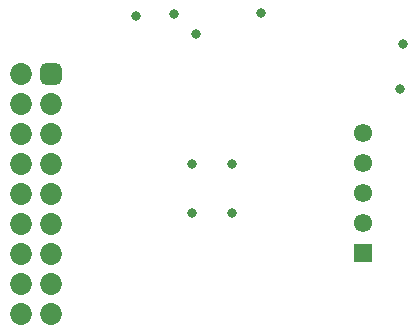
<source format=gbs>
G04*
G04 #@! TF.GenerationSoftware,Altium Limited,Altium Designer,22.7.1 (60)*
G04*
G04 Layer_Color=16711935*
%FSLAX44Y44*%
%MOMM*%
G71*
G04*
G04 #@! TF.SameCoordinates,A4F2FA5D-D4EF-4288-9AD8-153C25E8CDF2*
G04*
G04*
G04 #@! TF.FilePolarity,Negative*
G04*
G01*
G75*
%ADD26C,1.5500*%
%ADD27R,1.5500X1.5500*%
%ADD28C,1.8532*%
G04:AMPARAMS|DCode=29|XSize=1.8532mm|YSize=1.8532mm|CornerRadius=0.5141mm|HoleSize=0mm|Usage=FLASHONLY|Rotation=270.000|XOffset=0mm|YOffset=0mm|HoleType=Round|Shape=RoundedRectangle|*
%AMROUNDEDRECTD29*
21,1,1.8532,0.8250,0,0,270.0*
21,1,0.8250,1.8532,0,0,270.0*
1,1,1.0282,-0.4125,-0.4125*
1,1,1.0282,-0.4125,0.4125*
1,1,1.0282,0.4125,0.4125*
1,1,1.0282,0.4125,-0.4125*
%
%ADD29ROUNDEDRECTD29*%
%ADD30C,0.8382*%
D26*
X320040Y204470D02*
D03*
Y179070D02*
D03*
Y153670D02*
D03*
Y128270D02*
D03*
D27*
Y102870D02*
D03*
D28*
X30480Y101600D02*
D03*
X55880D02*
D03*
X30480Y177800D02*
D03*
X55880D02*
D03*
X30480Y203200D02*
D03*
X55880D02*
D03*
X30480Y254000D02*
D03*
X55880Y228600D02*
D03*
X30480D02*
D03*
X55880Y152400D02*
D03*
X30480D02*
D03*
X55880Y127000D02*
D03*
X30480D02*
D03*
X55880Y76200D02*
D03*
Y50800D02*
D03*
X30480Y76200D02*
D03*
Y50800D02*
D03*
D29*
X55880Y254000D02*
D03*
D30*
X209550Y177800D02*
D03*
X175514D02*
D03*
Y136144D02*
D03*
X209550D02*
D03*
X179070Y288290D02*
D03*
X128270Y303530D02*
D03*
X233680Y306070D02*
D03*
X160020Y304800D02*
D03*
X351790Y241300D02*
D03*
X354330Y279400D02*
D03*
M02*

</source>
